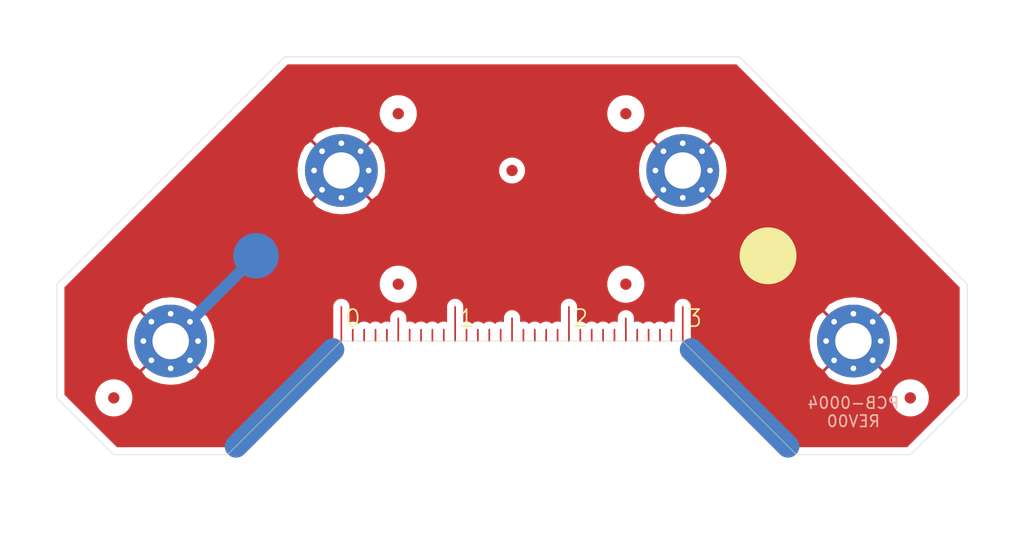
<source format=kicad_pcb>
(kicad_pcb (version 20221018) (generator pcbnew)
  (layers (0 "F.Cu" signal) (31 "B.Cu" signal) (34 "B.Paste" user) (35 "F.Paste" user) (36 "B.SilkS" user "B.Silkscreen") (37 "F.SilkS" user "F.Silkscreen") (38 "B.Mask" user) (39 "F.Mask" user) (44 "Edge.Cuts" user))
  (net 0 "")
  (net 1 "GND")
  (footprint "Fiducial:Fiducial_1mm_Mask3mm" (layer "F.Cu") (at 30 -15)
    (fp_text reference "REF**" hide)
    (fp_text value "Fiducial_1mm_Mask3mm")
    (pad "" smd circle (at 0 0) (size 1 1) (layers "F.Cu" "F.Mask") (clearance 1))
  )
  (footprint "Fiducial:Fiducial_1mm_Mask3mm" (layer "F.Cu") (at 30 -30)
    (fp_text reference "REF**" hide)
    (fp_text value "Fiducial_1mm_Mask3mm")
    (pad "" smd circle (at 0 0) (size 1 1) (layers "F.Cu" "F.Mask") (clearance 1))
  )
  (footprint "index:logo_mask" (layer "F.Cu") (at 40 -25)
    (fp_text reference "G***" hide)
    (fp_text value "LOGO" hide)
  )
  (footprint "MountingHole:MountingHole_3.2mm_M3_Pad_Via" (layer "F.Cu") (at 25 -25)
    (fp_text reference "H1" hide)
    (fp_text value "MountingHole_Pad")
    (pad "1" thru_hole circle (at -2.4 0) (size 0.8 0.8) (drill 0.5) (layers "*.Cu" "*.Mask") (net 1 "GND"))
    (pad "1" thru_hole circle (at -1.697056 -1.697056) (size 0.8 0.8) (drill 0.5) (layers "*.Cu" "*.Mask") (net 1 "GND"))
    (pad "1" thru_hole circle (at -1.697056 1.697056) (size 0.8 0.8) (drill 0.5) (layers "*.Cu" "*.Mask") (net 1 "GND"))
    (pad "1" thru_hole circle (at 0 -2.4) (size 0.8 0.8) (drill 0.5) (layers "*.Cu" "*.Mask") (net 1 "GND"))
    (pad "1" thru_hole circle (at 0 0) (size 6.4 6.4) (drill 3.2) (layers "*.Cu" "*.Mask") (net 1 "GND"))
    (pad "1" thru_hole circle (at 0 2.4) (size 0.8 0.8) (drill 0.5) (layers "*.Cu" "*.Mask") (net 1 "GND"))
    (pad "1" thru_hole circle (at 1.697056 -1.697056) (size 0.8 0.8) (drill 0.5) (layers "*.Cu" "*.Mask") (net 1 "GND"))
    (pad "1" thru_hole circle (at 1.697056 1.697056) (size 0.8 0.8) (drill 0.5) (layers "*.Cu" "*.Mask") (net 1 "GND"))
    (pad "1" thru_hole circle (at 2.4 0) (size 0.8 0.8) (drill 0.5) (layers "*.Cu" "*.Mask") (net 1 "GND"))
  )
  (footprint "MountingHole:MountingHole_3.2mm_M3_Pad_Via" (layer "F.Cu") (at 10 -10)
    (fp_text reference "H2" hide)
    (fp_text value "MountingHole_Pad")
    (pad "1" thru_hole circle (at -2.4 0) (size 0.8 0.8) (drill 0.5) (layers "*.Cu" "*.Mask") (net 1 "GND"))
    (pad "1" thru_hole circle (at -1.697056 -1.697056) (size 0.8 0.8) (drill 0.5) (layers "*.Cu" "*.Mask") (net 1 "GND"))
    (pad "1" thru_hole circle (at -1.697056 1.697056) (size 0.8 0.8) (drill 0.5) (layers "*.Cu" "*.Mask") (net 1 "GND"))
    (pad "1" thru_hole circle (at 0 -2.4) (size 0.8 0.8) (drill 0.5) (layers "*.Cu" "*.Mask") (net 1 "GND"))
    (pad "1" thru_hole circle (at 0 0) (size 6.4 6.4) (drill 3.2) (layers "*.Cu" "*.Mask") (net 1 "GND"))
    (pad "1" thru_hole circle (at 0 2.4) (size 0.8 0.8) (drill 0.5) (layers "*.Cu" "*.Mask") (net 1 "GND"))
    (pad "1" thru_hole circle (at 1.697056 -1.697056) (size 0.8 0.8) (drill 0.5) (layers "*.Cu" "*.Mask") (net 1 "GND"))
    (pad "1" thru_hole circle (at 1.697056 1.697056) (size 0.8 0.8) (drill 0.5) (layers "*.Cu" "*.Mask") (net 1 "GND"))
    (pad "1" thru_hole circle (at 2.4 0) (size 0.8 0.8) (drill 0.5) (layers "*.Cu" "*.Mask") (net 1 "GND"))
  )
  (footprint "MountingHole:MountingHole_3.2mm_M3_Pad_Via" (layer "F.Cu") (at 70 -10)
    (fp_text reference "H3" hide)
    (fp_text value "MountingHole_Pad")
    (pad "1" thru_hole circle (at -2.4 0) (size 0.8 0.8) (drill 0.5) (layers "*.Cu" "*.Mask") (net 1 "GND"))
    (pad "1" thru_hole circle (at -1.697056 -1.697056) (size 0.8 0.8) (drill 0.5) (layers "*.Cu" "*.Mask") (net 1 "GND"))
    (pad "1" thru_hole circle (at -1.697056 1.697056) (size 0.8 0.8) (drill 0.5) (layers "*.Cu" "*.Mask") (net 1 "GND"))
    (pad "1" thru_hole circle (at 0 -2.4) (size 0.8 0.8) (drill 0.5) (layers "*.Cu" "*.Mask") (net 1 "GND"))
    (pad "1" thru_hole circle (at 0 0) (size 6.4 6.4) (drill 3.2) (layers "*.Cu" "*.Mask") (net 1 "GND"))
    (pad "1" thru_hole circle (at 0 2.4) (size 0.8 0.8) (drill 0.5) (layers "*.Cu" "*.Mask") (net 1 "GND"))
    (pad "1" thru_hole circle (at 1.697056 -1.697056) (size 0.8 0.8) (drill 0.5) (layers "*.Cu" "*.Mask") (net 1 "GND"))
    (pad "1" thru_hole circle (at 1.697056 1.697056) (size 0.8 0.8) (drill 0.5) (layers "*.Cu" "*.Mask") (net 1 "GND"))
    (pad "1" thru_hole circle (at 2.4 0) (size 0.8 0.8) (drill 0.5) (layers "*.Cu" "*.Mask") (net 1 "GND"))
  )
  (footprint "MountingHole:MountingHole_3.2mm_M3_Pad_Via" (layer "F.Cu") (at 55 -25)
    (fp_text reference "H4" hide)
    (fp_text value "MountingHole_Pad")
    (pad "1" thru_hole circle (at -2.4 0) (size 0.8 0.8) (drill 0.5) (layers "*.Cu" "*.Mask") (net 1 "GND"))
    (pad "1" thru_hole circle (at -1.697056 -1.697056) (size 0.8 0.8) (drill 0.5) (layers "*.Cu" "*.Mask") (net 1 "GND"))
    (pad "1" thru_hole circle (at -1.697056 1.697056) (size 0.8 0.8) (drill 0.5) (layers "*.Cu" "*.Mask") (net 1 "GND"))
    (pad "1" thru_hole circle (at 0 -2.4) (size 0.8 0.8) (drill 0.5) (layers "*.Cu" "*.Mask") (net 1 "GND"))
    (pad "1" thru_hole circle (at 0 0) (size 6.4 6.4) (drill 3.2) (layers "*.Cu" "*.Mask") (net 1 "GND"))
    (pad "1" thru_hole circle (at 0 2.4) (size 0.8 0.8) (drill 0.5) (layers "*.Cu" "*.Mask") (net 1 "GND"))
    (pad "1" thru_hole circle (at 1.697056 -1.697056) (size 0.8 0.8) (drill 0.5) (layers "*.Cu" "*.Mask") (net 1 "GND"))
    (pad "1" thru_hole circle (at 1.697056 1.697056) (size 0.8 0.8) (drill 0.5) (layers "*.Cu" "*.Mask") (net 1 "GND"))
    (pad "1" thru_hole circle (at 2.4 0) (size 0.8 0.8) (drill 0.5) (layers "*.Cu" "*.Mask") (net 1 "GND"))
  )
  (footprint "Fiducial:Fiducial_1mm_Mask2mm" (layer "F.Cu") (at 40 -25)
    (fp_text reference "REF**" hide)
    (fp_text value "Fiducial_1mm_Mask2mm")
    (pad "" smd circle (at 0 0) (size 1 1) (layers "F.Cu" "F.Mask") (clearance 0.5))
  )
  (footprint "Fiducial:Fiducial_1mm_Mask3mm" (layer "F.Cu") (at 75 -5)
    (fp_text reference "REF**" hide)
    (fp_text value "Fiducial_1mm_Mask3mm")
    (pad "" smd circle (at 0 0) (size 1 1) (layers "F.Cu" "F.Mask") (clearance 1))
  )
  (footprint "index:30mm-ruler" (layer "F.Cu") (at 25 -10)
    (fp_text reference "REF**" hide)
    (fp_text value "Metric_Ruler_90mm")
    (fp_text user "2" (at 21.00024 -2.0005) (layer "F.SilkS") (effects (font (size 1.5 1.5))))
    (fp_text user "3" (at 31.00024 -2.0005) (layer "F.SilkS") (effects (font (size 1.5 1.5))))
    (fp_text user "0" (at 1.00024 -2.0005) (layer "F.SilkS") (effects (font (size 1.5 1.5))))
    (fp_text user "1" (at 11.00024 -2.0005) (layer "F.SilkS") (effects (font (size 1.5 1.5))))
    (fp_line (start 0.00024 -0.0005) (end 0.00024 -3.0005) (stroke (width 0.15)) (layer "F.Cu"))
    (fp_line (start 1.00024 -0.0005) (end 1.00024 -1.0005) (stroke (width 0.15)) (layer "F.Cu"))
    (fp_line (start 2.00024 -0.0005) (end 2.00024 -1.0005) (stroke (width 0.15)) (layer "F.Cu"))
    (fp_line (start 3.00024 -0.0005) (end 3.00024 -1.0005) (stroke (width 0.15)) (layer "F.Cu"))
    (fp_line (start 4.00024 -0.0005) (end 4.00024 -1.0005) (stroke (width 0.15)) (layer "F.Cu"))
    (fp_line (start 5.00024 -0.0005) (end 5.00024 -2.0005) (stroke (width 0.15)) (layer "F.Cu"))
    (fp_line (start 6.00024 -0.0005) (end 6.00024 -1.0005) (stroke (width 0.15)) (layer "F.Cu"))
    (fp_line (start 7.00024 -0.0005) (end 7.00024 -1.0005) (stroke (width 0.15)) (layer "F.Cu"))
    (fp_line (start 8.00024 -0.0005) (end 8.00024 -1.0005) (stroke (width 0.15)) (layer "F.Cu"))
    (fp_line (start 9.00024 -0.0005) (end 9.00024 -1.0005) (stroke (width 0.15)) (layer "F.Cu"))
    (fp_line (start 10.00024 -0.0005) (end 10.00024 -3.0005) (stroke (width 0.15)) (layer "F.Cu"))
    (fp_line (start 11.00024 -0.0005) (end 11.00024 -1.0005) (stroke (width 0.15)) (layer "F.Cu"))
    (fp_line (start 12.00024 -0.0005) (end 12.00024 -1.0005) (stroke (width 0.15)) (layer "F.Cu"))
    (fp_line (start 13.00024 -0.0005) (end 13.00024 -1.0005) (stroke (width 0.15)) (layer "F.Cu"))
    (fp_line (start 14.00024 -0.0005) (end 14.00024 -1.0005) (stroke (width 0.15)) (layer "F.Cu"))
    (fp_line (start 15.00024 -0.0005) (end 15.00024 -2.0005) (stroke (width 0.15)) (layer "F.Cu"))
    (fp_line (start 16.00024 -0.0005) (end 16.00024 -1.0005) (stroke (width 0.15)) (layer "F.Cu"))
    (fp_line (start 17.00024 -0.0005) (end 17.00024 -1.0005) (stroke (width 0.15)) (layer "F.Cu"))
    (fp_line (start 18.00024 -0.0005) (end 18.00024 -1.0005) (stroke (width 0.15)) (layer "F.Cu"))
    (fp_line (start 19.00024 -0.0005) (end 19.00024 -1.0005) (stroke (width 0.15)) (layer "F.Cu"))
    (fp_line (start 20.00024 -0.0005) (end 20.00024 -3.0005) (stroke (width 0.15)) (layer "F.Cu"))
    (fp_line (start 21.00024 -0.0005) (end 21.00024 -1.0005) (stroke (width 0.15)) (layer "F.Cu"))
    (fp_line (start 22.00024 -0.0005) (end 22.00024 -1.0005) (stroke (width 0.15)) (layer "F.Cu"))
    (fp_line (start 23.00024 -0.0005) (end 23.00024 -1.0005) (stroke (width 0.15)) (layer "F.Cu"))
    (fp_line (start 24.00024 -0.0005) (end 24.00024 -1.0005) (stroke (width 0.15)) (layer "F.Cu"))
    (fp_line (start 25.00024 -0.0005) (end 25.00024 -2.0005) (stroke (width 0.15)) (layer "F.Cu"))
    (fp_line (start 26.00024 -0.0005) (end 26.00024 -1.0005) (stroke (width 0.15)) (layer "F.Cu"))
    (fp_line (start 27.00024 -0.0005) (end 27.00024 -1.0005) (stroke (width 0.15)) (layer "F.Cu"))
    (fp_line (start 28.00024 -0.0005) (end 28.00024 -1.0005) (stroke (width 0.15)) (layer "F.Cu"))
    (fp_line (start 29.00024 -0.0005) (end 29.00024 -1.0005) (stroke (width 0.15)) (layer "F.Cu"))
    (fp_line (start 30.00024 -0.0005) (end 30.00024 -3.0005) (stroke (width 0.15)) (layer "F.Cu"))
  )
  (footprint "Fiducial:Fiducial_1mm_Mask3mm" (layer "F.Cu") (at 5 -5)
    (fp_text reference "REF**" hide)
    (fp_text value "Fiducial_1mm_Mask3mm")
    (pad "" smd circle (at 0 0) (size 1 1) (layers "F.Cu" "F.Mask") (clearance 1))
  )
  (footprint "Fiducial:Fiducial_1mm_Mask3mm" (layer "F.Cu") (at 50 -15)
    (fp_text reference "REF**" hide)
    (fp_text value "Fiducial_1mm_Mask3mm")
    (pad "" smd circle (at 0 0) (size 1 1) (layers "F.Cu" "F.Mask") (clearance 1))
  )
  (footprint "Fiducial:Fiducial_1mm_Mask3mm" (layer "F.Cu") (at 50 -30)
    (fp_text reference "REF**" hide)
    (fp_text value "Fiducial_1mm_Mask3mm")
    (pad "" smd circle (at 0 0) (size 1 1) (layers "F.Cu" "F.Mask") (clearance 1))
  )
  (footprint "index:cal-dot-grid" (layer "B.Cu") (at 40 -22.5 -90)
    (fp_text reference "G***" hide)
    (fp_text value "LOGO" hide)
  )
  (footprint "index:goblin" (layer "B.Cu") (at 63 -17 180)
    (fp_text reference "G***" hide)
    (fp_text value "LOGO" hide)
  )
  (footprint "TestPoint:TestPoint_Pad_D4.0mm" (layer "B.Cu") (at 17.5 -17.5)
    (fp_text reference "TP1" hide)
    (fp_text value "TestPoint")
    (pad "1" smd circle (at 0 0) (size 4 4) (layers "B.Cu" "B.Mask") (net 1 "GND"))
  )
  (gr_circle (center 62.5 -17.5) (end 63.75 -17.5) (stroke (width 2.5)) (fill none) (layer "F.SilkS"))
  (gr_line (start 20 -35) (end 0 -15) (stroke (width 0.05)) (layer "Edge.Cuts"))
  (gr_line (start 80 -15) (end 60 -35) (stroke (width 0.05)) (layer "Edge.Cuts"))
  (gr_line (start 75 0) (end 80 -5) (stroke (width 0.05)) (layer "Edge.Cuts"))
  (gr_line (start 80 -5) (end 80 -15) (stroke (width 0.05)) (layer "Edge.Cuts"))
  (gr_line (start 60 -35) (end 20 -35) (stroke (width 0.05)) (layer "Edge.Cuts"))
  (gr_line (start 0 -5) (end 0 -15) (stroke (width 0.05)) (layer "Edge.Cuts"))
  (gr_line (start 55 -10) (end 65 0) (stroke (width 0.05)) (layer "Edge.Cuts"))
  (gr_line (start 5 0) (end 0 -5) (stroke (width 0.05)) (layer "Edge.Cuts"))
  (gr_line (start 5 0) (end 15 0) (stroke (width 0.05)) (layer "Edge.Cuts"))
  (gr_line (start 15 0) (end 25 -10) (stroke (width 0.05)) (layer "Edge.Cuts"))
  (gr_line (start 65 0) (end 75 0) (stroke (width 0.05)) (layer "Edge.Cuts"))
  (gr_line (start 25 -10) (end 55 -10) (stroke (width 0.05)) (layer "Edge.Cuts"))
  (gr_text "PCB-0004\nREV00" (at 70 -3.75) (layer "B.SilkS") (effects (font (size 1 1)) (justify mirror)))
  (segment (start 15.75 -0.75) (end 24.25 -9.25) (width 2) (layer "B.Cu") (net 0))
  (segment (start 64.25 -0.75) (end 55.75 -9.25) (width 2) (layer "B.Cu") (net 0))
  (segment (start 64.25 -0.75) (end 55.75 -9.25) (width 2) (layer "F.Cu") (net 1))
  (segment (start 15.75 -0.75) (end 24.25 -9.25) (width 2) (layer "F.Cu") (net 1))
  (segment (start 17.5 -17.5) (end 10 -10) (width 1) (layer "B.Cu") (net 1))
  (zone (net 1) (net_name "GND") (layer "F.Cu") (connect_pads (clearance 0.508)) (min_thickness 0.254) (fill yes (thermal_gap 0.508) (thermal_bridge_width 0.508))
    (polygon (pts (xy 85 -15) (xy 85 -5) (xy 85 5) (xy 65 5) (xy 55 5) (xy 25 5) (xy 15 5) (xy -5 5) (xy -5 -5) (xy -5 -40) (xy 85 -40)))
  )
)
</source>
